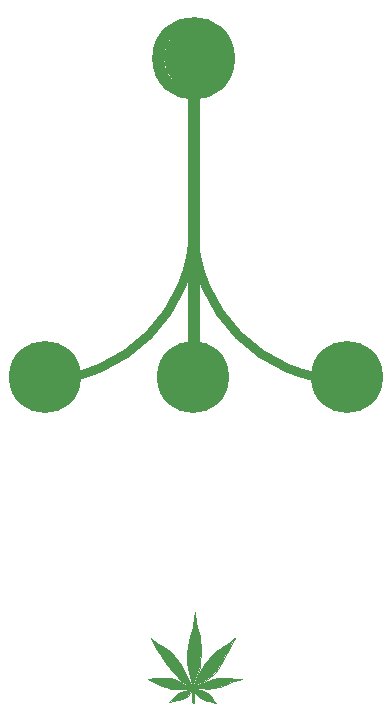
<source format=gbr>
G04 #@! TF.GenerationSoftware,KiCad,Pcbnew,(5.1.5-0)*
G04 #@! TF.CreationDate,2021-01-12T21:58:13-08:00*
G04 #@! TF.ProjectId,delaynomore,64656c61-796e-46f6-9d6f-72652e6b6963,rev?*
G04 #@! TF.SameCoordinates,Original*
G04 #@! TF.FileFunction,Copper,L1,Top*
G04 #@! TF.FilePolarity,Positive*
%FSLAX46Y46*%
G04 Gerber Fmt 4.6, Leading zero omitted, Abs format (unit mm)*
G04 Created by KiCad (PCBNEW (5.1.5-0)) date 2021-01-12 21:58:13*
%MOMM*%
%LPD*%
G04 APERTURE LIST*
%ADD10C,0.750000*%
%ADD11C,1.000000*%
%ADD12C,0.100000*%
%ADD13C,5.100000*%
%ADD14C,6.100000*%
G04 APERTURE END LIST*
D10*
X20250000Y-84750000D02*
G75*
G02X7250000Y-97750000I-13000000J0D01*
G01*
X33250000Y-97750000D02*
G75*
G02X20250000Y-84750000I0J13000000D01*
G01*
D11*
X20250000Y-70500000D02*
X20250000Y-97500000D01*
X23250000Y-70500000D02*
G75*
G03X23250000Y-70500000I-3000000J0D01*
G01*
D12*
G36*
X16846400Y-119774900D02*
G01*
X17163900Y-120016200D01*
X17729050Y-120333700D01*
X18325950Y-120765500D01*
X18700600Y-121146500D01*
X19100650Y-121711650D01*
X19697550Y-122892750D01*
X19996000Y-123457900D01*
X20008700Y-123470600D01*
X19678500Y-123496000D01*
X19576900Y-123445200D01*
X19221300Y-123197550D01*
X18814900Y-122829250D01*
X18484700Y-122480000D01*
X18129100Y-122048200D01*
X17849700Y-121629100D01*
X17659200Y-121375100D01*
X17405200Y-120917900D01*
X17151200Y-120549600D01*
X16909900Y-120130500D01*
X16630500Y-119571700D01*
X16846400Y-119774900D01*
G37*
X16846400Y-119774900D02*
X17163900Y-120016200D01*
X17729050Y-120333700D01*
X18325950Y-120765500D01*
X18700600Y-121146500D01*
X19100650Y-121711650D01*
X19697550Y-122892750D01*
X19996000Y-123457900D01*
X20008700Y-123470600D01*
X19678500Y-123496000D01*
X19576900Y-123445200D01*
X19221300Y-123197550D01*
X18814900Y-122829250D01*
X18484700Y-122480000D01*
X18129100Y-122048200D01*
X17849700Y-121629100D01*
X17659200Y-121375100D01*
X17405200Y-120917900D01*
X17151200Y-120549600D01*
X16909900Y-120130500D01*
X16630500Y-119571700D01*
X16846400Y-119774900D01*
G36*
X18252925Y-122953075D02*
G01*
X18589475Y-123048325D01*
X18853000Y-123140400D01*
X19551500Y-123546800D01*
X19581980Y-123574740D01*
X19589600Y-123559500D01*
X19589600Y-123572200D01*
X19581980Y-123574740D01*
X19500700Y-123737300D01*
X19894400Y-123877000D01*
X19684850Y-123902400D01*
X19291150Y-123927800D01*
X18814900Y-123927800D01*
X18370400Y-123864300D01*
X17887800Y-123750000D01*
X17494100Y-123635700D01*
X17087700Y-123407100D01*
X16770200Y-123178500D01*
X16363800Y-123051500D01*
X17011500Y-123000700D01*
X17544900Y-122962600D01*
X18008450Y-122956250D01*
X18252925Y-122953075D01*
G37*
X18252925Y-122953075D02*
X18589475Y-123048325D01*
X18853000Y-123140400D01*
X19551500Y-123546800D01*
X19581980Y-123574740D01*
X19589600Y-123559500D01*
X19589600Y-123572200D01*
X19581980Y-123574740D01*
X19500700Y-123737300D01*
X19894400Y-123877000D01*
X19684850Y-123902400D01*
X19291150Y-123927800D01*
X18814900Y-123927800D01*
X18370400Y-123864300D01*
X17887800Y-123750000D01*
X17494100Y-123635700D01*
X17087700Y-123407100D01*
X16770200Y-123178500D01*
X16363800Y-123051500D01*
X17011500Y-123000700D01*
X17544900Y-122962600D01*
X18008450Y-122956250D01*
X18252925Y-122953075D01*
G36*
X20116650Y-124016700D02*
G01*
X19748350Y-124448500D01*
X19310200Y-124721550D01*
X18929200Y-124861250D01*
X18179900Y-125026350D01*
X18662500Y-124499300D01*
X19056200Y-124232600D01*
X19424500Y-124029400D01*
X19894400Y-123953200D01*
X19919800Y-123953200D01*
X20116650Y-124016700D01*
G37*
X20116650Y-124016700D02*
X19748350Y-124448500D01*
X19310200Y-124721550D01*
X18929200Y-124861250D01*
X18179900Y-125026350D01*
X18662500Y-124499300D01*
X19056200Y-124232600D01*
X19424500Y-124029400D01*
X19894400Y-123953200D01*
X19919800Y-123953200D01*
X20116650Y-124016700D01*
G36*
X20250000Y-123534100D02*
G01*
X20038862Y-123727775D01*
X20257937Y-123823025D01*
X21008825Y-124365950D01*
X20827850Y-124461200D01*
X20250000Y-124004000D01*
X20262700Y-125096200D01*
X20148400Y-124956500D01*
X20142050Y-124067500D01*
X20186500Y-124067500D01*
X19805500Y-123851600D01*
X19519750Y-123699200D01*
X19684850Y-123419800D01*
X20250000Y-123534100D01*
G37*
X20250000Y-123534100D02*
X20038862Y-123727775D01*
X20257937Y-123823025D01*
X21008825Y-124365950D01*
X20827850Y-124461200D01*
X20250000Y-124004000D01*
X20262700Y-125096200D01*
X20148400Y-124956500D01*
X20142050Y-124067500D01*
X20186500Y-124067500D01*
X19805500Y-123851600D01*
X19519750Y-123699200D01*
X19684850Y-123419800D01*
X20250000Y-123534100D01*
G36*
X20891350Y-123991300D02*
G01*
X21443800Y-124270700D01*
X21770825Y-124597725D01*
X21905763Y-124827913D01*
X22137538Y-125097788D01*
X21831150Y-125013650D01*
X21577150Y-124937450D01*
X21399350Y-124873950D01*
X21024700Y-124740600D01*
X20665925Y-124546925D01*
X20405575Y-124261175D01*
X20281750Y-124099250D01*
X20345250Y-124137350D01*
X20319850Y-124073850D01*
X20383350Y-123902400D01*
X20891350Y-123991300D01*
G37*
X20891350Y-123991300D02*
X21443800Y-124270700D01*
X21770825Y-124597725D01*
X21905763Y-124827913D01*
X22137538Y-125097788D01*
X21831150Y-125013650D01*
X21577150Y-124937450D01*
X21399350Y-124873950D01*
X21024700Y-124740600D01*
X20665925Y-124546925D01*
X20405575Y-124261175D01*
X20281750Y-124099250D01*
X20345250Y-124137350D01*
X20319850Y-124073850D01*
X20383350Y-123902400D01*
X20891350Y-123991300D01*
G36*
X23323400Y-122988000D02*
G01*
X23755200Y-123013400D01*
X24333207Y-123023943D01*
X23653600Y-123178500D01*
X23221800Y-123369000D01*
X22878900Y-123584900D01*
X22459800Y-123750000D01*
X21926400Y-123838900D01*
X21481900Y-123864300D01*
X20904050Y-123845250D01*
X20326200Y-123826200D01*
X20262700Y-123750000D01*
X20478600Y-123686500D01*
X20485585Y-123635700D01*
X20801815Y-123508700D01*
X21335850Y-123280100D01*
X21888300Y-123076900D01*
X22282000Y-122962600D01*
X22726500Y-122962600D01*
X23323400Y-122988000D01*
G37*
X23323400Y-122988000D02*
X23755200Y-123013400D01*
X24333207Y-123023943D01*
X23653600Y-123178500D01*
X23221800Y-123369000D01*
X22878900Y-123584900D01*
X22459800Y-123750000D01*
X21926400Y-123838900D01*
X21481900Y-123864300D01*
X20904050Y-123845250D01*
X20326200Y-123826200D01*
X20262700Y-123750000D01*
X20478600Y-123686500D01*
X20485585Y-123635700D01*
X20801815Y-123508700D01*
X21335850Y-123280100D01*
X21888300Y-123076900D01*
X22282000Y-122962600D01*
X22726500Y-122962600D01*
X23323400Y-122988000D01*
G36*
X23310700Y-120333700D02*
G01*
X23069400Y-120829000D01*
X22866200Y-121286200D01*
X22605850Y-121806900D01*
X22332800Y-122162500D01*
X22021650Y-122575250D01*
X21551750Y-122968950D01*
X21050100Y-123305500D01*
X19945200Y-123902400D01*
X19970600Y-123572200D01*
X20275400Y-123521400D01*
X20523050Y-123083250D01*
X20738950Y-122619700D01*
X20904050Y-122289500D01*
X21088200Y-121997400D01*
X21253300Y-121679900D01*
X21532700Y-121324300D01*
X21812100Y-121006800D01*
X22142300Y-120714700D01*
X22485200Y-120486100D01*
X22866200Y-120232100D01*
X23259900Y-119965400D01*
X23793300Y-119571700D01*
X23310700Y-120333700D01*
G37*
X23310700Y-120333700D02*
X23069400Y-120829000D01*
X22866200Y-121286200D01*
X22605850Y-121806900D01*
X22332800Y-122162500D01*
X22021650Y-122575250D01*
X21551750Y-122968950D01*
X21050100Y-123305500D01*
X19945200Y-123902400D01*
X19970600Y-123572200D01*
X20275400Y-123521400D01*
X20523050Y-123083250D01*
X20738950Y-122619700D01*
X20904050Y-122289500D01*
X21088200Y-121997400D01*
X21253300Y-121679900D01*
X21532700Y-121324300D01*
X21812100Y-121006800D01*
X22142300Y-120714700D01*
X22485200Y-120486100D01*
X22866200Y-120232100D01*
X23259900Y-119965400D01*
X23793300Y-119571700D01*
X23310700Y-120333700D01*
G36*
X20465900Y-118200100D02*
G01*
X20567500Y-118682700D01*
X20681800Y-119139900D01*
X20764350Y-119470100D01*
X20827850Y-119851100D01*
X20872300Y-120371800D01*
X20872300Y-120905200D01*
X20821500Y-121489400D01*
X20758000Y-122010100D01*
X20615125Y-122505400D01*
X20316675Y-123521400D01*
X20103950Y-123470600D01*
X19869000Y-122556200D01*
X19695962Y-121692600D01*
X19711837Y-120905200D01*
X19764225Y-120244800D01*
X19926150Y-119470100D01*
X20161100Y-118657300D01*
X20288100Y-117882600D01*
X20351600Y-117361900D01*
X20465900Y-118200100D01*
G37*
X20465900Y-118200100D02*
X20567500Y-118682700D01*
X20681800Y-119139900D01*
X20764350Y-119470100D01*
X20827850Y-119851100D01*
X20872300Y-120371800D01*
X20872300Y-120905200D01*
X20821500Y-121489400D01*
X20758000Y-122010100D01*
X20615125Y-122505400D01*
X20316675Y-123521400D01*
X20103950Y-123470600D01*
X19869000Y-122556200D01*
X19695962Y-121692600D01*
X19711837Y-120905200D01*
X19764225Y-120244800D01*
X19926150Y-119470100D01*
X20161100Y-118657300D01*
X20288100Y-117882600D01*
X20351600Y-117361900D01*
X20465900Y-118200100D01*
D13*
X20250000Y-70500000D03*
D14*
X33200000Y-97450000D03*
X7700000Y-97450000D03*
X20200000Y-97450000D03*
M02*

</source>
